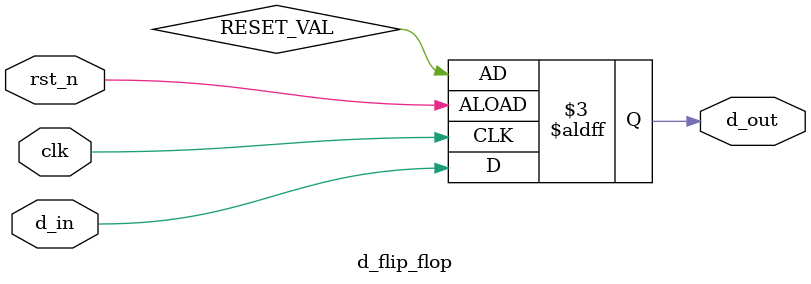
<source format=sv>

module d_flip_flop #(
        parameter WDT = 1,
        parameter RST_VAL = 0
)
(
        input wire clk,
        input wire rst_n,  //Active low reset

        input wire [WDT-1:0] d_in,

        output logic [WDT-1:0] d_out

);

        always_ff @(posedge clk or negedge rst_n) begin
           if(!rst_n)
              d_out <= RESET_VAL;
           else
              d_out <= d_in;
        end //always_ff


endmodule

</source>
